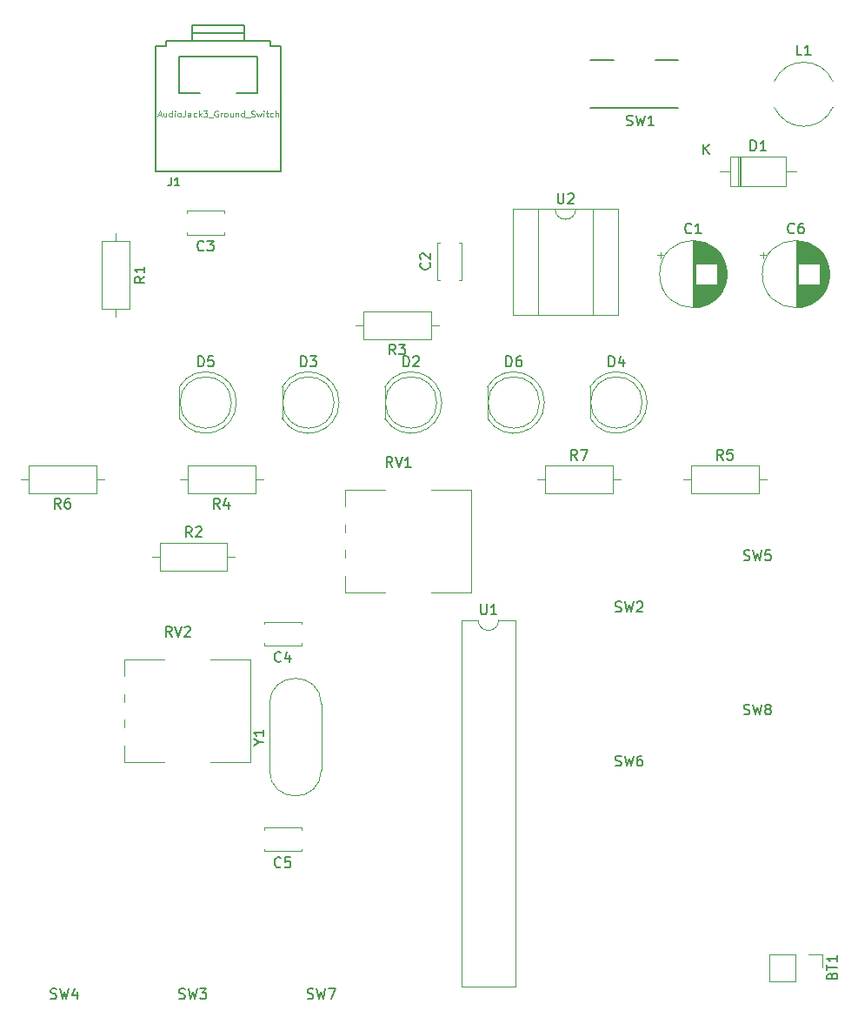
<source format=gbr>
G04 #@! TF.GenerationSoftware,KiCad,Pcbnew,(5.0.1)-3*
G04 #@! TF.CreationDate,2019-03-21T16:12:42+00:00*
G04 #@! TF.ProjectId,drumkid,6472756D6B69642E6B696361645F7063,v01*
G04 #@! TF.SameCoordinates,Original*
G04 #@! TF.FileFunction,Legend,Top*
G04 #@! TF.FilePolarity,Positive*
%FSLAX46Y46*%
G04 Gerber Fmt 4.6, Leading zero omitted, Abs format (unit mm)*
G04 Created by KiCad (PCBNEW (5.0.1)-3) date 21/03/2019 16:12:42*
%MOMM*%
%LPD*%
G01*
G04 APERTURE LIST*
%ADD10C,0.120000*%
%ADD11C,0.150000*%
%ADD12C,0.100000*%
G04 APERTURE END LIST*
D10*
G04 #@! TO.C,BT1*
X121130000Y-118670000D02*
X121130000Y-121330000D01*
X123730000Y-118670000D02*
X121130000Y-118670000D01*
X123730000Y-121330000D02*
X121130000Y-121330000D01*
X123730000Y-118670000D02*
X123730000Y-121330000D01*
X125000000Y-118670000D02*
X126330000Y-118670000D01*
X126330000Y-118670000D02*
X126330000Y-120000000D01*
G04 #@! TO.C,C1*
X117020000Y-52500000D02*
G75*
G03X117020000Y-52500000I-3270000J0D01*
G01*
X113750000Y-49270000D02*
X113750000Y-55730000D01*
X113790000Y-49270000D02*
X113790000Y-55730000D01*
X113830000Y-49270000D02*
X113830000Y-55730000D01*
X113870000Y-49272000D02*
X113870000Y-55728000D01*
X113910000Y-49273000D02*
X113910000Y-55727000D01*
X113950000Y-49276000D02*
X113950000Y-55724000D01*
X113990000Y-49278000D02*
X113990000Y-51460000D01*
X113990000Y-53540000D02*
X113990000Y-55722000D01*
X114030000Y-49282000D02*
X114030000Y-51460000D01*
X114030000Y-53540000D02*
X114030000Y-55718000D01*
X114070000Y-49285000D02*
X114070000Y-51460000D01*
X114070000Y-53540000D02*
X114070000Y-55715000D01*
X114110000Y-49289000D02*
X114110000Y-51460000D01*
X114110000Y-53540000D02*
X114110000Y-55711000D01*
X114150000Y-49294000D02*
X114150000Y-51460000D01*
X114150000Y-53540000D02*
X114150000Y-55706000D01*
X114190000Y-49299000D02*
X114190000Y-51460000D01*
X114190000Y-53540000D02*
X114190000Y-55701000D01*
X114230000Y-49305000D02*
X114230000Y-51460000D01*
X114230000Y-53540000D02*
X114230000Y-55695000D01*
X114270000Y-49311000D02*
X114270000Y-51460000D01*
X114270000Y-53540000D02*
X114270000Y-55689000D01*
X114310000Y-49318000D02*
X114310000Y-51460000D01*
X114310000Y-53540000D02*
X114310000Y-55682000D01*
X114350000Y-49325000D02*
X114350000Y-51460000D01*
X114350000Y-53540000D02*
X114350000Y-55675000D01*
X114390000Y-49333000D02*
X114390000Y-51460000D01*
X114390000Y-53540000D02*
X114390000Y-55667000D01*
X114430000Y-49341000D02*
X114430000Y-51460000D01*
X114430000Y-53540000D02*
X114430000Y-55659000D01*
X114471000Y-49350000D02*
X114471000Y-51460000D01*
X114471000Y-53540000D02*
X114471000Y-55650000D01*
X114511000Y-49359000D02*
X114511000Y-51460000D01*
X114511000Y-53540000D02*
X114511000Y-55641000D01*
X114551000Y-49369000D02*
X114551000Y-51460000D01*
X114551000Y-53540000D02*
X114551000Y-55631000D01*
X114591000Y-49379000D02*
X114591000Y-51460000D01*
X114591000Y-53540000D02*
X114591000Y-55621000D01*
X114631000Y-49390000D02*
X114631000Y-51460000D01*
X114631000Y-53540000D02*
X114631000Y-55610000D01*
X114671000Y-49402000D02*
X114671000Y-51460000D01*
X114671000Y-53540000D02*
X114671000Y-55598000D01*
X114711000Y-49414000D02*
X114711000Y-51460000D01*
X114711000Y-53540000D02*
X114711000Y-55586000D01*
X114751000Y-49426000D02*
X114751000Y-51460000D01*
X114751000Y-53540000D02*
X114751000Y-55574000D01*
X114791000Y-49439000D02*
X114791000Y-51460000D01*
X114791000Y-53540000D02*
X114791000Y-55561000D01*
X114831000Y-49453000D02*
X114831000Y-51460000D01*
X114831000Y-53540000D02*
X114831000Y-55547000D01*
X114871000Y-49467000D02*
X114871000Y-51460000D01*
X114871000Y-53540000D02*
X114871000Y-55533000D01*
X114911000Y-49482000D02*
X114911000Y-51460000D01*
X114911000Y-53540000D02*
X114911000Y-55518000D01*
X114951000Y-49498000D02*
X114951000Y-51460000D01*
X114951000Y-53540000D02*
X114951000Y-55502000D01*
X114991000Y-49514000D02*
X114991000Y-51460000D01*
X114991000Y-53540000D02*
X114991000Y-55486000D01*
X115031000Y-49530000D02*
X115031000Y-51460000D01*
X115031000Y-53540000D02*
X115031000Y-55470000D01*
X115071000Y-49548000D02*
X115071000Y-51460000D01*
X115071000Y-53540000D02*
X115071000Y-55452000D01*
X115111000Y-49566000D02*
X115111000Y-51460000D01*
X115111000Y-53540000D02*
X115111000Y-55434000D01*
X115151000Y-49584000D02*
X115151000Y-51460000D01*
X115151000Y-53540000D02*
X115151000Y-55416000D01*
X115191000Y-49604000D02*
X115191000Y-51460000D01*
X115191000Y-53540000D02*
X115191000Y-55396000D01*
X115231000Y-49624000D02*
X115231000Y-51460000D01*
X115231000Y-53540000D02*
X115231000Y-55376000D01*
X115271000Y-49644000D02*
X115271000Y-51460000D01*
X115271000Y-53540000D02*
X115271000Y-55356000D01*
X115311000Y-49666000D02*
X115311000Y-51460000D01*
X115311000Y-53540000D02*
X115311000Y-55334000D01*
X115351000Y-49688000D02*
X115351000Y-51460000D01*
X115351000Y-53540000D02*
X115351000Y-55312000D01*
X115391000Y-49710000D02*
X115391000Y-51460000D01*
X115391000Y-53540000D02*
X115391000Y-55290000D01*
X115431000Y-49734000D02*
X115431000Y-51460000D01*
X115431000Y-53540000D02*
X115431000Y-55266000D01*
X115471000Y-49758000D02*
X115471000Y-51460000D01*
X115471000Y-53540000D02*
X115471000Y-55242000D01*
X115511000Y-49784000D02*
X115511000Y-51460000D01*
X115511000Y-53540000D02*
X115511000Y-55216000D01*
X115551000Y-49810000D02*
X115551000Y-51460000D01*
X115551000Y-53540000D02*
X115551000Y-55190000D01*
X115591000Y-49836000D02*
X115591000Y-51460000D01*
X115591000Y-53540000D02*
X115591000Y-55164000D01*
X115631000Y-49864000D02*
X115631000Y-51460000D01*
X115631000Y-53540000D02*
X115631000Y-55136000D01*
X115671000Y-49893000D02*
X115671000Y-51460000D01*
X115671000Y-53540000D02*
X115671000Y-55107000D01*
X115711000Y-49922000D02*
X115711000Y-51460000D01*
X115711000Y-53540000D02*
X115711000Y-55078000D01*
X115751000Y-49952000D02*
X115751000Y-51460000D01*
X115751000Y-53540000D02*
X115751000Y-55048000D01*
X115791000Y-49984000D02*
X115791000Y-51460000D01*
X115791000Y-53540000D02*
X115791000Y-55016000D01*
X115831000Y-50016000D02*
X115831000Y-51460000D01*
X115831000Y-53540000D02*
X115831000Y-54984000D01*
X115871000Y-50050000D02*
X115871000Y-51460000D01*
X115871000Y-53540000D02*
X115871000Y-54950000D01*
X115911000Y-50084000D02*
X115911000Y-51460000D01*
X115911000Y-53540000D02*
X115911000Y-54916000D01*
X115951000Y-50120000D02*
X115951000Y-51460000D01*
X115951000Y-53540000D02*
X115951000Y-54880000D01*
X115991000Y-50157000D02*
X115991000Y-51460000D01*
X115991000Y-53540000D02*
X115991000Y-54843000D01*
X116031000Y-50195000D02*
X116031000Y-51460000D01*
X116031000Y-53540000D02*
X116031000Y-54805000D01*
X116071000Y-50235000D02*
X116071000Y-54765000D01*
X116111000Y-50276000D02*
X116111000Y-54724000D01*
X116151000Y-50318000D02*
X116151000Y-54682000D01*
X116191000Y-50363000D02*
X116191000Y-54637000D01*
X116231000Y-50408000D02*
X116231000Y-54592000D01*
X116271000Y-50456000D02*
X116271000Y-54544000D01*
X116311000Y-50505000D02*
X116311000Y-54495000D01*
X116351000Y-50556000D02*
X116351000Y-54444000D01*
X116391000Y-50610000D02*
X116391000Y-54390000D01*
X116431000Y-50666000D02*
X116431000Y-54334000D01*
X116471000Y-50724000D02*
X116471000Y-54276000D01*
X116511000Y-50786000D02*
X116511000Y-54214000D01*
X116551000Y-50850000D02*
X116551000Y-54150000D01*
X116591000Y-50919000D02*
X116591000Y-54081000D01*
X116631000Y-50991000D02*
X116631000Y-54009000D01*
X116671000Y-51068000D02*
X116671000Y-53932000D01*
X116711000Y-51150000D02*
X116711000Y-53850000D01*
X116751000Y-51238000D02*
X116751000Y-53762000D01*
X116791000Y-51335000D02*
X116791000Y-53665000D01*
X116831000Y-51441000D02*
X116831000Y-53559000D01*
X116871000Y-51560000D02*
X116871000Y-53440000D01*
X116911000Y-51698000D02*
X116911000Y-53302000D01*
X116951000Y-51867000D02*
X116951000Y-53133000D01*
X116991000Y-52098000D02*
X116991000Y-52902000D01*
X110249759Y-50661000D02*
X110879759Y-50661000D01*
X110564759Y-50346000D02*
X110564759Y-50976000D01*
G04 #@! TO.C,C2*
X90925000Y-49430000D02*
X91170000Y-49430000D01*
X88830000Y-49430000D02*
X89075000Y-49430000D01*
X90925000Y-53070000D02*
X91170000Y-53070000D01*
X88830000Y-53070000D02*
X89075000Y-53070000D01*
X91170000Y-53070000D02*
X91170000Y-49430000D01*
X88830000Y-53070000D02*
X88830000Y-49430000D01*
G04 #@! TO.C,C3*
X68070000Y-48670000D02*
X64430000Y-48670000D01*
X68070000Y-46330000D02*
X64430000Y-46330000D01*
X68070000Y-48670000D02*
X68070000Y-48425000D01*
X68070000Y-46575000D02*
X68070000Y-46330000D01*
X64430000Y-48670000D02*
X64430000Y-48425000D01*
X64430000Y-46575000D02*
X64430000Y-46330000D01*
G04 #@! TO.C,C4*
X71930000Y-86575000D02*
X71930000Y-86330000D01*
X71930000Y-88670000D02*
X71930000Y-88425000D01*
X75570000Y-86575000D02*
X75570000Y-86330000D01*
X75570000Y-88670000D02*
X75570000Y-88425000D01*
X75570000Y-86330000D02*
X71930000Y-86330000D01*
X75570000Y-88670000D02*
X71930000Y-88670000D01*
G04 #@! TO.C,C5*
X75570000Y-108670000D02*
X71930000Y-108670000D01*
X75570000Y-106330000D02*
X71930000Y-106330000D01*
X75570000Y-108670000D02*
X75570000Y-108425000D01*
X75570000Y-106575000D02*
X75570000Y-106330000D01*
X71930000Y-108670000D02*
X71930000Y-108425000D01*
X71930000Y-106575000D02*
X71930000Y-106330000D01*
G04 #@! TO.C,C6*
X120564759Y-50346000D02*
X120564759Y-50976000D01*
X120249759Y-50661000D02*
X120879759Y-50661000D01*
X126991000Y-52098000D02*
X126991000Y-52902000D01*
X126951000Y-51867000D02*
X126951000Y-53133000D01*
X126911000Y-51698000D02*
X126911000Y-53302000D01*
X126871000Y-51560000D02*
X126871000Y-53440000D01*
X126831000Y-51441000D02*
X126831000Y-53559000D01*
X126791000Y-51335000D02*
X126791000Y-53665000D01*
X126751000Y-51238000D02*
X126751000Y-53762000D01*
X126711000Y-51150000D02*
X126711000Y-53850000D01*
X126671000Y-51068000D02*
X126671000Y-53932000D01*
X126631000Y-50991000D02*
X126631000Y-54009000D01*
X126591000Y-50919000D02*
X126591000Y-54081000D01*
X126551000Y-50850000D02*
X126551000Y-54150000D01*
X126511000Y-50786000D02*
X126511000Y-54214000D01*
X126471000Y-50724000D02*
X126471000Y-54276000D01*
X126431000Y-50666000D02*
X126431000Y-54334000D01*
X126391000Y-50610000D02*
X126391000Y-54390000D01*
X126351000Y-50556000D02*
X126351000Y-54444000D01*
X126311000Y-50505000D02*
X126311000Y-54495000D01*
X126271000Y-50456000D02*
X126271000Y-54544000D01*
X126231000Y-50408000D02*
X126231000Y-54592000D01*
X126191000Y-50363000D02*
X126191000Y-54637000D01*
X126151000Y-50318000D02*
X126151000Y-54682000D01*
X126111000Y-50276000D02*
X126111000Y-54724000D01*
X126071000Y-50235000D02*
X126071000Y-54765000D01*
X126031000Y-53540000D02*
X126031000Y-54805000D01*
X126031000Y-50195000D02*
X126031000Y-51460000D01*
X125991000Y-53540000D02*
X125991000Y-54843000D01*
X125991000Y-50157000D02*
X125991000Y-51460000D01*
X125951000Y-53540000D02*
X125951000Y-54880000D01*
X125951000Y-50120000D02*
X125951000Y-51460000D01*
X125911000Y-53540000D02*
X125911000Y-54916000D01*
X125911000Y-50084000D02*
X125911000Y-51460000D01*
X125871000Y-53540000D02*
X125871000Y-54950000D01*
X125871000Y-50050000D02*
X125871000Y-51460000D01*
X125831000Y-53540000D02*
X125831000Y-54984000D01*
X125831000Y-50016000D02*
X125831000Y-51460000D01*
X125791000Y-53540000D02*
X125791000Y-55016000D01*
X125791000Y-49984000D02*
X125791000Y-51460000D01*
X125751000Y-53540000D02*
X125751000Y-55048000D01*
X125751000Y-49952000D02*
X125751000Y-51460000D01*
X125711000Y-53540000D02*
X125711000Y-55078000D01*
X125711000Y-49922000D02*
X125711000Y-51460000D01*
X125671000Y-53540000D02*
X125671000Y-55107000D01*
X125671000Y-49893000D02*
X125671000Y-51460000D01*
X125631000Y-53540000D02*
X125631000Y-55136000D01*
X125631000Y-49864000D02*
X125631000Y-51460000D01*
X125591000Y-53540000D02*
X125591000Y-55164000D01*
X125591000Y-49836000D02*
X125591000Y-51460000D01*
X125551000Y-53540000D02*
X125551000Y-55190000D01*
X125551000Y-49810000D02*
X125551000Y-51460000D01*
X125511000Y-53540000D02*
X125511000Y-55216000D01*
X125511000Y-49784000D02*
X125511000Y-51460000D01*
X125471000Y-53540000D02*
X125471000Y-55242000D01*
X125471000Y-49758000D02*
X125471000Y-51460000D01*
X125431000Y-53540000D02*
X125431000Y-55266000D01*
X125431000Y-49734000D02*
X125431000Y-51460000D01*
X125391000Y-53540000D02*
X125391000Y-55290000D01*
X125391000Y-49710000D02*
X125391000Y-51460000D01*
X125351000Y-53540000D02*
X125351000Y-55312000D01*
X125351000Y-49688000D02*
X125351000Y-51460000D01*
X125311000Y-53540000D02*
X125311000Y-55334000D01*
X125311000Y-49666000D02*
X125311000Y-51460000D01*
X125271000Y-53540000D02*
X125271000Y-55356000D01*
X125271000Y-49644000D02*
X125271000Y-51460000D01*
X125231000Y-53540000D02*
X125231000Y-55376000D01*
X125231000Y-49624000D02*
X125231000Y-51460000D01*
X125191000Y-53540000D02*
X125191000Y-55396000D01*
X125191000Y-49604000D02*
X125191000Y-51460000D01*
X125151000Y-53540000D02*
X125151000Y-55416000D01*
X125151000Y-49584000D02*
X125151000Y-51460000D01*
X125111000Y-53540000D02*
X125111000Y-55434000D01*
X125111000Y-49566000D02*
X125111000Y-51460000D01*
X125071000Y-53540000D02*
X125071000Y-55452000D01*
X125071000Y-49548000D02*
X125071000Y-51460000D01*
X125031000Y-53540000D02*
X125031000Y-55470000D01*
X125031000Y-49530000D02*
X125031000Y-51460000D01*
X124991000Y-53540000D02*
X124991000Y-55486000D01*
X124991000Y-49514000D02*
X124991000Y-51460000D01*
X124951000Y-53540000D02*
X124951000Y-55502000D01*
X124951000Y-49498000D02*
X124951000Y-51460000D01*
X124911000Y-53540000D02*
X124911000Y-55518000D01*
X124911000Y-49482000D02*
X124911000Y-51460000D01*
X124871000Y-53540000D02*
X124871000Y-55533000D01*
X124871000Y-49467000D02*
X124871000Y-51460000D01*
X124831000Y-53540000D02*
X124831000Y-55547000D01*
X124831000Y-49453000D02*
X124831000Y-51460000D01*
X124791000Y-53540000D02*
X124791000Y-55561000D01*
X124791000Y-49439000D02*
X124791000Y-51460000D01*
X124751000Y-53540000D02*
X124751000Y-55574000D01*
X124751000Y-49426000D02*
X124751000Y-51460000D01*
X124711000Y-53540000D02*
X124711000Y-55586000D01*
X124711000Y-49414000D02*
X124711000Y-51460000D01*
X124671000Y-53540000D02*
X124671000Y-55598000D01*
X124671000Y-49402000D02*
X124671000Y-51460000D01*
X124631000Y-53540000D02*
X124631000Y-55610000D01*
X124631000Y-49390000D02*
X124631000Y-51460000D01*
X124591000Y-53540000D02*
X124591000Y-55621000D01*
X124591000Y-49379000D02*
X124591000Y-51460000D01*
X124551000Y-53540000D02*
X124551000Y-55631000D01*
X124551000Y-49369000D02*
X124551000Y-51460000D01*
X124511000Y-53540000D02*
X124511000Y-55641000D01*
X124511000Y-49359000D02*
X124511000Y-51460000D01*
X124471000Y-53540000D02*
X124471000Y-55650000D01*
X124471000Y-49350000D02*
X124471000Y-51460000D01*
X124430000Y-53540000D02*
X124430000Y-55659000D01*
X124430000Y-49341000D02*
X124430000Y-51460000D01*
X124390000Y-53540000D02*
X124390000Y-55667000D01*
X124390000Y-49333000D02*
X124390000Y-51460000D01*
X124350000Y-53540000D02*
X124350000Y-55675000D01*
X124350000Y-49325000D02*
X124350000Y-51460000D01*
X124310000Y-53540000D02*
X124310000Y-55682000D01*
X124310000Y-49318000D02*
X124310000Y-51460000D01*
X124270000Y-53540000D02*
X124270000Y-55689000D01*
X124270000Y-49311000D02*
X124270000Y-51460000D01*
X124230000Y-53540000D02*
X124230000Y-55695000D01*
X124230000Y-49305000D02*
X124230000Y-51460000D01*
X124190000Y-53540000D02*
X124190000Y-55701000D01*
X124190000Y-49299000D02*
X124190000Y-51460000D01*
X124150000Y-53540000D02*
X124150000Y-55706000D01*
X124150000Y-49294000D02*
X124150000Y-51460000D01*
X124110000Y-53540000D02*
X124110000Y-55711000D01*
X124110000Y-49289000D02*
X124110000Y-51460000D01*
X124070000Y-53540000D02*
X124070000Y-55715000D01*
X124070000Y-49285000D02*
X124070000Y-51460000D01*
X124030000Y-53540000D02*
X124030000Y-55718000D01*
X124030000Y-49282000D02*
X124030000Y-51460000D01*
X123990000Y-53540000D02*
X123990000Y-55722000D01*
X123990000Y-49278000D02*
X123990000Y-51460000D01*
X123950000Y-49276000D02*
X123950000Y-55724000D01*
X123910000Y-49273000D02*
X123910000Y-55727000D01*
X123870000Y-49272000D02*
X123870000Y-55728000D01*
X123830000Y-49270000D02*
X123830000Y-55730000D01*
X123790000Y-49270000D02*
X123790000Y-55730000D01*
X123750000Y-49270000D02*
X123750000Y-55730000D01*
X127020000Y-52500000D02*
G75*
G03X127020000Y-52500000I-3270000J0D01*
G01*
G04 #@! TO.C,D1*
X117360000Y-41030000D02*
X117360000Y-43970000D01*
X117360000Y-43970000D02*
X122800000Y-43970000D01*
X122800000Y-43970000D02*
X122800000Y-41030000D01*
X122800000Y-41030000D02*
X117360000Y-41030000D01*
X116340000Y-42500000D02*
X117360000Y-42500000D01*
X123820000Y-42500000D02*
X122800000Y-42500000D01*
X118260000Y-41030000D02*
X118260000Y-43970000D01*
X118380000Y-41030000D02*
X118380000Y-43970000D01*
X118140000Y-41030000D02*
X118140000Y-43970000D01*
G04 #@! TO.C,D2*
X89260000Y-65000462D02*
G75*
G03X83710000Y-63455170I-2990000J462D01*
G01*
X89260000Y-64999538D02*
G75*
G02X83710000Y-66544830I-2990000J-462D01*
G01*
X88770000Y-65000000D02*
G75*
G03X88770000Y-65000000I-2500000J0D01*
G01*
X83710000Y-63455000D02*
X83710000Y-66545000D01*
G04 #@! TO.C,D3*
X73710000Y-63455000D02*
X73710000Y-66545000D01*
X78770000Y-65000000D02*
G75*
G03X78770000Y-65000000I-2500000J0D01*
G01*
X79260000Y-64999538D02*
G75*
G02X73710000Y-66544830I-2990000J-462D01*
G01*
X79260000Y-65000462D02*
G75*
G03X73710000Y-63455170I-2990000J462D01*
G01*
G04 #@! TO.C,D4*
X109260000Y-65000462D02*
G75*
G03X103710000Y-63455170I-2990000J462D01*
G01*
X109260000Y-64999538D02*
G75*
G02X103710000Y-66544830I-2990000J-462D01*
G01*
X108770000Y-65000000D02*
G75*
G03X108770000Y-65000000I-2500000J0D01*
G01*
X103710000Y-63455000D02*
X103710000Y-66545000D01*
G04 #@! TO.C,D5*
X63710000Y-63455000D02*
X63710000Y-66545000D01*
X68770000Y-65000000D02*
G75*
G03X68770000Y-65000000I-2500000J0D01*
G01*
X69260000Y-64999538D02*
G75*
G02X63710000Y-66544830I-2990000J-462D01*
G01*
X69260000Y-65000462D02*
G75*
G03X63710000Y-63455170I-2990000J462D01*
G01*
G04 #@! TO.C,D6*
X99260000Y-65000462D02*
G75*
G03X93710000Y-63455170I-2990000J462D01*
G01*
X99260000Y-64999538D02*
G75*
G02X93710000Y-66544830I-2990000J-462D01*
G01*
X98770000Y-65000000D02*
G75*
G03X98770000Y-65000000I-2500000J0D01*
G01*
X93710000Y-63455000D02*
X93710000Y-66545000D01*
D11*
G04 #@! TO.C,J1*
X65722000Y-34900000D02*
X63690000Y-34900000D01*
X63690000Y-34900000D02*
X63690000Y-31344000D01*
X63690000Y-31344000D02*
X71310000Y-31344000D01*
X71310000Y-31344000D02*
X71310000Y-34900000D01*
X71310000Y-34900000D02*
X69278000Y-34900000D01*
X62420000Y-30328000D02*
X61404000Y-30328000D01*
X73596000Y-30328000D02*
X72580000Y-30328000D01*
X64960000Y-28296000D02*
X64960000Y-29820000D01*
X70040000Y-29820000D02*
X70040000Y-28296000D01*
X64960000Y-29058000D02*
X70040000Y-29058000D01*
X62420000Y-30328000D02*
X62420000Y-30074000D01*
X62420000Y-30074000D02*
X62420000Y-29820000D01*
X62420000Y-29820000D02*
X72580000Y-29820000D01*
X72580000Y-29820000D02*
X72580000Y-30328000D01*
X64960000Y-28296000D02*
X70040000Y-28296000D01*
X61404000Y-42520000D02*
X61404000Y-30328000D01*
X73596000Y-30328000D02*
X73596000Y-42520000D01*
X73596000Y-42520000D02*
X61404000Y-42520000D01*
D10*
G04 #@! TO.C,L1*
X127354260Y-33740000D02*
G75*
G03X121645740Y-33740000I-2854260J-1260000D01*
G01*
X127354260Y-36260000D02*
G75*
G02X121645740Y-36260000I-2854260J1260000D01*
G01*
G04 #@! TO.C,R1*
X58870000Y-49310000D02*
X56130000Y-49310000D01*
X56130000Y-49310000D02*
X56130000Y-55850000D01*
X56130000Y-55850000D02*
X58870000Y-55850000D01*
X58870000Y-55850000D02*
X58870000Y-49310000D01*
X57500000Y-48540000D02*
X57500000Y-49310000D01*
X57500000Y-56620000D02*
X57500000Y-55850000D01*
G04 #@! TO.C,R2*
X69120000Y-80000000D02*
X68350000Y-80000000D01*
X61040000Y-80000000D02*
X61810000Y-80000000D01*
X68350000Y-78630000D02*
X61810000Y-78630000D01*
X68350000Y-81370000D02*
X68350000Y-78630000D01*
X61810000Y-81370000D02*
X68350000Y-81370000D01*
X61810000Y-78630000D02*
X61810000Y-81370000D01*
G04 #@! TO.C,R3*
X88190000Y-58870000D02*
X88190000Y-56130000D01*
X88190000Y-56130000D02*
X81650000Y-56130000D01*
X81650000Y-56130000D02*
X81650000Y-58870000D01*
X81650000Y-58870000D02*
X88190000Y-58870000D01*
X88960000Y-57500000D02*
X88190000Y-57500000D01*
X80880000Y-57500000D02*
X81650000Y-57500000D01*
G04 #@! TO.C,R4*
X63778000Y-72500000D02*
X64548000Y-72500000D01*
X71858000Y-72500000D02*
X71088000Y-72500000D01*
X64548000Y-73870000D02*
X71088000Y-73870000D01*
X64548000Y-71130000D02*
X64548000Y-73870000D01*
X71088000Y-71130000D02*
X64548000Y-71130000D01*
X71088000Y-73870000D02*
X71088000Y-71130000D01*
G04 #@! TO.C,R5*
X113570000Y-71130000D02*
X113570000Y-73870000D01*
X113570000Y-73870000D02*
X120110000Y-73870000D01*
X120110000Y-73870000D02*
X120110000Y-71130000D01*
X120110000Y-71130000D02*
X113570000Y-71130000D01*
X112800000Y-72500000D02*
X113570000Y-72500000D01*
X120880000Y-72500000D02*
X120110000Y-72500000D01*
G04 #@! TO.C,R6*
X48284000Y-72500000D02*
X49054000Y-72500000D01*
X56364000Y-72500000D02*
X55594000Y-72500000D01*
X49054000Y-73870000D02*
X55594000Y-73870000D01*
X49054000Y-71130000D02*
X49054000Y-73870000D01*
X55594000Y-71130000D02*
X49054000Y-71130000D01*
X55594000Y-73870000D02*
X55594000Y-71130000D01*
G04 #@! TO.C,R7*
X99346000Y-71130000D02*
X99346000Y-73870000D01*
X99346000Y-73870000D02*
X105886000Y-73870000D01*
X105886000Y-73870000D02*
X105886000Y-71130000D01*
X105886000Y-71130000D02*
X99346000Y-71130000D01*
X98576000Y-72500000D02*
X99346000Y-72500000D01*
X106656000Y-72500000D02*
X105886000Y-72500000D01*
G04 #@! TO.C,RV1*
X79880000Y-73530000D02*
X83745000Y-73530000D01*
X88255000Y-73530000D02*
X92120000Y-73530000D01*
X79880000Y-83470000D02*
X83745000Y-83470000D01*
X88255000Y-83470000D02*
X92120000Y-83470000D01*
X79880000Y-73530000D02*
X79880000Y-75129000D01*
X79880000Y-76871000D02*
X79880000Y-77630000D01*
X79880000Y-79371000D02*
X79880000Y-80130000D01*
X79880000Y-81870000D02*
X79880000Y-83470000D01*
X92120000Y-73530000D02*
X92120000Y-83470000D01*
G04 #@! TO.C,RV2*
X70620000Y-90030000D02*
X70620000Y-99970000D01*
X58380000Y-98370000D02*
X58380000Y-99970000D01*
X58380000Y-95871000D02*
X58380000Y-96630000D01*
X58380000Y-93371000D02*
X58380000Y-94130000D01*
X58380000Y-90030000D02*
X58380000Y-91629000D01*
X66755000Y-99970000D02*
X70620000Y-99970000D01*
X58380000Y-99970000D02*
X62245000Y-99970000D01*
X66755000Y-90030000D02*
X70620000Y-90030000D01*
X58380000Y-90030000D02*
X62245000Y-90030000D01*
D11*
G04 #@! TO.C,SW1*
X112300000Y-36300000D02*
X103700000Y-36300000D01*
X112300000Y-31700000D02*
X110100000Y-31700000D01*
X106000000Y-31700000D02*
X103700000Y-31700000D01*
D10*
G04 #@! TO.C,U1*
X94810000Y-86170000D02*
G75*
G02X92810000Y-86170000I-1000000J0D01*
G01*
X92810000Y-86170000D02*
X91160000Y-86170000D01*
X91160000Y-86170000D02*
X91160000Y-121850000D01*
X91160000Y-121850000D02*
X96460000Y-121850000D01*
X96460000Y-121850000D02*
X96460000Y-86170000D01*
X96460000Y-86170000D02*
X94810000Y-86170000D01*
G04 #@! TO.C,U2*
X102310000Y-46170000D02*
G75*
G02X100310000Y-46170000I-1000000J0D01*
G01*
X100310000Y-46170000D02*
X98660000Y-46170000D01*
X98660000Y-46170000D02*
X98660000Y-56450000D01*
X98660000Y-56450000D02*
X103960000Y-56450000D01*
X103960000Y-56450000D02*
X103960000Y-46170000D01*
X103960000Y-46170000D02*
X102310000Y-46170000D01*
X96170000Y-46110000D02*
X96170000Y-56510000D01*
X96170000Y-56510000D02*
X106450000Y-56510000D01*
X106450000Y-56510000D02*
X106450000Y-46110000D01*
X106450000Y-46110000D02*
X96170000Y-46110000D01*
G04 #@! TO.C,Y1*
X72475000Y-100760000D02*
X72475000Y-94360000D01*
X77525000Y-100760000D02*
X77525000Y-94360000D01*
X77525000Y-100760000D02*
G75*
G02X72475000Y-100760000I-2525000J0D01*
G01*
X77525000Y-94360000D02*
G75*
G03X72475000Y-94360000I-2525000J0D01*
G01*
G04 #@! TO.C,BT1*
D11*
X127258571Y-120785714D02*
X127306190Y-120642857D01*
X127353809Y-120595238D01*
X127449047Y-120547619D01*
X127591904Y-120547619D01*
X127687142Y-120595238D01*
X127734761Y-120642857D01*
X127782380Y-120738095D01*
X127782380Y-121119047D01*
X126782380Y-121119047D01*
X126782380Y-120785714D01*
X126830000Y-120690476D01*
X126877619Y-120642857D01*
X126972857Y-120595238D01*
X127068095Y-120595238D01*
X127163333Y-120642857D01*
X127210952Y-120690476D01*
X127258571Y-120785714D01*
X127258571Y-121119047D01*
X126782380Y-120261904D02*
X126782380Y-119690476D01*
X127782380Y-119976190D02*
X126782380Y-119976190D01*
X127782380Y-118833333D02*
X127782380Y-119404761D01*
X127782380Y-119119047D02*
X126782380Y-119119047D01*
X126925238Y-119214285D01*
X127020476Y-119309523D01*
X127068095Y-119404761D01*
G04 #@! TO.C,C1*
X113583333Y-48457142D02*
X113535714Y-48504761D01*
X113392857Y-48552380D01*
X113297619Y-48552380D01*
X113154761Y-48504761D01*
X113059523Y-48409523D01*
X113011904Y-48314285D01*
X112964285Y-48123809D01*
X112964285Y-47980952D01*
X113011904Y-47790476D01*
X113059523Y-47695238D01*
X113154761Y-47600000D01*
X113297619Y-47552380D01*
X113392857Y-47552380D01*
X113535714Y-47600000D01*
X113583333Y-47647619D01*
X114535714Y-48552380D02*
X113964285Y-48552380D01*
X114250000Y-48552380D02*
X114250000Y-47552380D01*
X114154761Y-47695238D01*
X114059523Y-47790476D01*
X113964285Y-47838095D01*
G04 #@! TO.C,C2*
X88057142Y-51416666D02*
X88104761Y-51464285D01*
X88152380Y-51607142D01*
X88152380Y-51702380D01*
X88104761Y-51845238D01*
X88009523Y-51940476D01*
X87914285Y-51988095D01*
X87723809Y-52035714D01*
X87580952Y-52035714D01*
X87390476Y-51988095D01*
X87295238Y-51940476D01*
X87200000Y-51845238D01*
X87152380Y-51702380D01*
X87152380Y-51607142D01*
X87200000Y-51464285D01*
X87247619Y-51416666D01*
X87247619Y-51035714D02*
X87200000Y-50988095D01*
X87152380Y-50892857D01*
X87152380Y-50654761D01*
X87200000Y-50559523D01*
X87247619Y-50511904D01*
X87342857Y-50464285D01*
X87438095Y-50464285D01*
X87580952Y-50511904D01*
X88152380Y-51083333D01*
X88152380Y-50464285D01*
G04 #@! TO.C,C3*
X66083333Y-50157142D02*
X66035714Y-50204761D01*
X65892857Y-50252380D01*
X65797619Y-50252380D01*
X65654761Y-50204761D01*
X65559523Y-50109523D01*
X65511904Y-50014285D01*
X65464285Y-49823809D01*
X65464285Y-49680952D01*
X65511904Y-49490476D01*
X65559523Y-49395238D01*
X65654761Y-49300000D01*
X65797619Y-49252380D01*
X65892857Y-49252380D01*
X66035714Y-49300000D01*
X66083333Y-49347619D01*
X66416666Y-49252380D02*
X67035714Y-49252380D01*
X66702380Y-49633333D01*
X66845238Y-49633333D01*
X66940476Y-49680952D01*
X66988095Y-49728571D01*
X67035714Y-49823809D01*
X67035714Y-50061904D01*
X66988095Y-50157142D01*
X66940476Y-50204761D01*
X66845238Y-50252380D01*
X66559523Y-50252380D01*
X66464285Y-50204761D01*
X66416666Y-50157142D01*
G04 #@! TO.C,C4*
X73583333Y-90157142D02*
X73535714Y-90204761D01*
X73392857Y-90252380D01*
X73297619Y-90252380D01*
X73154761Y-90204761D01*
X73059523Y-90109523D01*
X73011904Y-90014285D01*
X72964285Y-89823809D01*
X72964285Y-89680952D01*
X73011904Y-89490476D01*
X73059523Y-89395238D01*
X73154761Y-89300000D01*
X73297619Y-89252380D01*
X73392857Y-89252380D01*
X73535714Y-89300000D01*
X73583333Y-89347619D01*
X74440476Y-89585714D02*
X74440476Y-90252380D01*
X74202380Y-89204761D02*
X73964285Y-89919047D01*
X74583333Y-89919047D01*
G04 #@! TO.C,C5*
X73583333Y-110157142D02*
X73535714Y-110204761D01*
X73392857Y-110252380D01*
X73297619Y-110252380D01*
X73154761Y-110204761D01*
X73059523Y-110109523D01*
X73011904Y-110014285D01*
X72964285Y-109823809D01*
X72964285Y-109680952D01*
X73011904Y-109490476D01*
X73059523Y-109395238D01*
X73154761Y-109300000D01*
X73297619Y-109252380D01*
X73392857Y-109252380D01*
X73535714Y-109300000D01*
X73583333Y-109347619D01*
X74488095Y-109252380D02*
X74011904Y-109252380D01*
X73964285Y-109728571D01*
X74011904Y-109680952D01*
X74107142Y-109633333D01*
X74345238Y-109633333D01*
X74440476Y-109680952D01*
X74488095Y-109728571D01*
X74535714Y-109823809D01*
X74535714Y-110061904D01*
X74488095Y-110157142D01*
X74440476Y-110204761D01*
X74345238Y-110252380D01*
X74107142Y-110252380D01*
X74011904Y-110204761D01*
X73964285Y-110157142D01*
G04 #@! TO.C,C6*
X123583333Y-48457142D02*
X123535714Y-48504761D01*
X123392857Y-48552380D01*
X123297619Y-48552380D01*
X123154761Y-48504761D01*
X123059523Y-48409523D01*
X123011904Y-48314285D01*
X122964285Y-48123809D01*
X122964285Y-47980952D01*
X123011904Y-47790476D01*
X123059523Y-47695238D01*
X123154761Y-47600000D01*
X123297619Y-47552380D01*
X123392857Y-47552380D01*
X123535714Y-47600000D01*
X123583333Y-47647619D01*
X124440476Y-47552380D02*
X124250000Y-47552380D01*
X124154761Y-47600000D01*
X124107142Y-47647619D01*
X124011904Y-47790476D01*
X123964285Y-47980952D01*
X123964285Y-48361904D01*
X124011904Y-48457142D01*
X124059523Y-48504761D01*
X124154761Y-48552380D01*
X124345238Y-48552380D01*
X124440476Y-48504761D01*
X124488095Y-48457142D01*
X124535714Y-48361904D01*
X124535714Y-48123809D01*
X124488095Y-48028571D01*
X124440476Y-47980952D01*
X124345238Y-47933333D01*
X124154761Y-47933333D01*
X124059523Y-47980952D01*
X124011904Y-48028571D01*
X123964285Y-48123809D01*
G04 #@! TO.C,D1*
X119341904Y-40482380D02*
X119341904Y-39482380D01*
X119580000Y-39482380D01*
X119722857Y-39530000D01*
X119818095Y-39625238D01*
X119865714Y-39720476D01*
X119913333Y-39910952D01*
X119913333Y-40053809D01*
X119865714Y-40244285D01*
X119818095Y-40339523D01*
X119722857Y-40434761D01*
X119580000Y-40482380D01*
X119341904Y-40482380D01*
X120865714Y-40482380D02*
X120294285Y-40482380D01*
X120580000Y-40482380D02*
X120580000Y-39482380D01*
X120484761Y-39625238D01*
X120389523Y-39720476D01*
X120294285Y-39768095D01*
X114738095Y-40852380D02*
X114738095Y-39852380D01*
X115309523Y-40852380D02*
X114880952Y-40280952D01*
X115309523Y-39852380D02*
X114738095Y-40423809D01*
G04 #@! TO.C,D2*
X85531904Y-61492380D02*
X85531904Y-60492380D01*
X85770000Y-60492380D01*
X85912857Y-60540000D01*
X86008095Y-60635238D01*
X86055714Y-60730476D01*
X86103333Y-60920952D01*
X86103333Y-61063809D01*
X86055714Y-61254285D01*
X86008095Y-61349523D01*
X85912857Y-61444761D01*
X85770000Y-61492380D01*
X85531904Y-61492380D01*
X86484285Y-60587619D02*
X86531904Y-60540000D01*
X86627142Y-60492380D01*
X86865238Y-60492380D01*
X86960476Y-60540000D01*
X87008095Y-60587619D01*
X87055714Y-60682857D01*
X87055714Y-60778095D01*
X87008095Y-60920952D01*
X86436666Y-61492380D01*
X87055714Y-61492380D01*
G04 #@! TO.C,D3*
X75531904Y-61492380D02*
X75531904Y-60492380D01*
X75770000Y-60492380D01*
X75912857Y-60540000D01*
X76008095Y-60635238D01*
X76055714Y-60730476D01*
X76103333Y-60920952D01*
X76103333Y-61063809D01*
X76055714Y-61254285D01*
X76008095Y-61349523D01*
X75912857Y-61444761D01*
X75770000Y-61492380D01*
X75531904Y-61492380D01*
X76436666Y-60492380D02*
X77055714Y-60492380D01*
X76722380Y-60873333D01*
X76865238Y-60873333D01*
X76960476Y-60920952D01*
X77008095Y-60968571D01*
X77055714Y-61063809D01*
X77055714Y-61301904D01*
X77008095Y-61397142D01*
X76960476Y-61444761D01*
X76865238Y-61492380D01*
X76579523Y-61492380D01*
X76484285Y-61444761D01*
X76436666Y-61397142D01*
G04 #@! TO.C,D4*
X105531904Y-61492380D02*
X105531904Y-60492380D01*
X105770000Y-60492380D01*
X105912857Y-60540000D01*
X106008095Y-60635238D01*
X106055714Y-60730476D01*
X106103333Y-60920952D01*
X106103333Y-61063809D01*
X106055714Y-61254285D01*
X106008095Y-61349523D01*
X105912857Y-61444761D01*
X105770000Y-61492380D01*
X105531904Y-61492380D01*
X106960476Y-60825714D02*
X106960476Y-61492380D01*
X106722380Y-60444761D02*
X106484285Y-61159047D01*
X107103333Y-61159047D01*
G04 #@! TO.C,D5*
X65531904Y-61492380D02*
X65531904Y-60492380D01*
X65770000Y-60492380D01*
X65912857Y-60540000D01*
X66008095Y-60635238D01*
X66055714Y-60730476D01*
X66103333Y-60920952D01*
X66103333Y-61063809D01*
X66055714Y-61254285D01*
X66008095Y-61349523D01*
X65912857Y-61444761D01*
X65770000Y-61492380D01*
X65531904Y-61492380D01*
X67008095Y-60492380D02*
X66531904Y-60492380D01*
X66484285Y-60968571D01*
X66531904Y-60920952D01*
X66627142Y-60873333D01*
X66865238Y-60873333D01*
X66960476Y-60920952D01*
X67008095Y-60968571D01*
X67055714Y-61063809D01*
X67055714Y-61301904D01*
X67008095Y-61397142D01*
X66960476Y-61444761D01*
X66865238Y-61492380D01*
X66627142Y-61492380D01*
X66531904Y-61444761D01*
X66484285Y-61397142D01*
G04 #@! TO.C,D6*
X95531904Y-61492380D02*
X95531904Y-60492380D01*
X95770000Y-60492380D01*
X95912857Y-60540000D01*
X96008095Y-60635238D01*
X96055714Y-60730476D01*
X96103333Y-60920952D01*
X96103333Y-61063809D01*
X96055714Y-61254285D01*
X96008095Y-61349523D01*
X95912857Y-61444761D01*
X95770000Y-61492380D01*
X95531904Y-61492380D01*
X96960476Y-60492380D02*
X96770000Y-60492380D01*
X96674761Y-60540000D01*
X96627142Y-60587619D01*
X96531904Y-60730476D01*
X96484285Y-60920952D01*
X96484285Y-61301904D01*
X96531904Y-61397142D01*
X96579523Y-61444761D01*
X96674761Y-61492380D01*
X96865238Y-61492380D01*
X96960476Y-61444761D01*
X97008095Y-61397142D01*
X97055714Y-61301904D01*
X97055714Y-61063809D01*
X97008095Y-60968571D01*
X96960476Y-60920952D01*
X96865238Y-60873333D01*
X96674761Y-60873333D01*
X96579523Y-60920952D01*
X96531904Y-60968571D01*
X96484285Y-61063809D01*
G04 #@! TO.C,J1*
X62915333Y-43097904D02*
X62915333Y-43669333D01*
X62877238Y-43783619D01*
X62801047Y-43859809D01*
X62686761Y-43897904D01*
X62610571Y-43897904D01*
X63715333Y-43897904D02*
X63258190Y-43897904D01*
X63486761Y-43897904D02*
X63486761Y-43097904D01*
X63410571Y-43212190D01*
X63334380Y-43288380D01*
X63258190Y-43326476D01*
D12*
X61642857Y-37032000D02*
X61928571Y-37032000D01*
X61585714Y-37203428D02*
X61785714Y-36603428D01*
X61985714Y-37203428D01*
X62442857Y-36803428D02*
X62442857Y-37203428D01*
X62185714Y-36803428D02*
X62185714Y-37117714D01*
X62214285Y-37174857D01*
X62271428Y-37203428D01*
X62357142Y-37203428D01*
X62414285Y-37174857D01*
X62442857Y-37146285D01*
X62985714Y-37203428D02*
X62985714Y-36603428D01*
X62985714Y-37174857D02*
X62928571Y-37203428D01*
X62814285Y-37203428D01*
X62757142Y-37174857D01*
X62728571Y-37146285D01*
X62700000Y-37089142D01*
X62700000Y-36917714D01*
X62728571Y-36860571D01*
X62757142Y-36832000D01*
X62814285Y-36803428D01*
X62928571Y-36803428D01*
X62985714Y-36832000D01*
X63271428Y-37203428D02*
X63271428Y-36803428D01*
X63271428Y-36603428D02*
X63242857Y-36632000D01*
X63271428Y-36660571D01*
X63300000Y-36632000D01*
X63271428Y-36603428D01*
X63271428Y-36660571D01*
X63642857Y-37203428D02*
X63585714Y-37174857D01*
X63557142Y-37146285D01*
X63528571Y-37089142D01*
X63528571Y-36917714D01*
X63557142Y-36860571D01*
X63585714Y-36832000D01*
X63642857Y-36803428D01*
X63728571Y-36803428D01*
X63785714Y-36832000D01*
X63814285Y-36860571D01*
X63842857Y-36917714D01*
X63842857Y-37089142D01*
X63814285Y-37146285D01*
X63785714Y-37174857D01*
X63728571Y-37203428D01*
X63642857Y-37203428D01*
X64271428Y-36603428D02*
X64271428Y-37032000D01*
X64242857Y-37117714D01*
X64185714Y-37174857D01*
X64100000Y-37203428D01*
X64042857Y-37203428D01*
X64814285Y-37203428D02*
X64814285Y-36889142D01*
X64785714Y-36832000D01*
X64728571Y-36803428D01*
X64614285Y-36803428D01*
X64557142Y-36832000D01*
X64814285Y-37174857D02*
X64757142Y-37203428D01*
X64614285Y-37203428D01*
X64557142Y-37174857D01*
X64528571Y-37117714D01*
X64528571Y-37060571D01*
X64557142Y-37003428D01*
X64614285Y-36974857D01*
X64757142Y-36974857D01*
X64814285Y-36946285D01*
X65357142Y-37174857D02*
X65300000Y-37203428D01*
X65185714Y-37203428D01*
X65128571Y-37174857D01*
X65100000Y-37146285D01*
X65071428Y-37089142D01*
X65071428Y-36917714D01*
X65100000Y-36860571D01*
X65128571Y-36832000D01*
X65185714Y-36803428D01*
X65300000Y-36803428D01*
X65357142Y-36832000D01*
X65614285Y-37203428D02*
X65614285Y-36603428D01*
X65671428Y-36974857D02*
X65842857Y-37203428D01*
X65842857Y-36803428D02*
X65614285Y-37032000D01*
X66042857Y-36603428D02*
X66414285Y-36603428D01*
X66214285Y-36832000D01*
X66300000Y-36832000D01*
X66357142Y-36860571D01*
X66385714Y-36889142D01*
X66414285Y-36946285D01*
X66414285Y-37089142D01*
X66385714Y-37146285D01*
X66357142Y-37174857D01*
X66300000Y-37203428D01*
X66128571Y-37203428D01*
X66071428Y-37174857D01*
X66042857Y-37146285D01*
X66528571Y-37260571D02*
X66985714Y-37260571D01*
X67442857Y-36632000D02*
X67385714Y-36603428D01*
X67300000Y-36603428D01*
X67214285Y-36632000D01*
X67157142Y-36689142D01*
X67128571Y-36746285D01*
X67100000Y-36860571D01*
X67100000Y-36946285D01*
X67128571Y-37060571D01*
X67157142Y-37117714D01*
X67214285Y-37174857D01*
X67300000Y-37203428D01*
X67357142Y-37203428D01*
X67442857Y-37174857D01*
X67471428Y-37146285D01*
X67471428Y-36946285D01*
X67357142Y-36946285D01*
X67728571Y-37203428D02*
X67728571Y-36803428D01*
X67728571Y-36917714D02*
X67757142Y-36860571D01*
X67785714Y-36832000D01*
X67842857Y-36803428D01*
X67900000Y-36803428D01*
X68185714Y-37203428D02*
X68128571Y-37174857D01*
X68100000Y-37146285D01*
X68071428Y-37089142D01*
X68071428Y-36917714D01*
X68100000Y-36860571D01*
X68128571Y-36832000D01*
X68185714Y-36803428D01*
X68271428Y-36803428D01*
X68328571Y-36832000D01*
X68357142Y-36860571D01*
X68385714Y-36917714D01*
X68385714Y-37089142D01*
X68357142Y-37146285D01*
X68328571Y-37174857D01*
X68271428Y-37203428D01*
X68185714Y-37203428D01*
X68900000Y-36803428D02*
X68900000Y-37203428D01*
X68642857Y-36803428D02*
X68642857Y-37117714D01*
X68671428Y-37174857D01*
X68728571Y-37203428D01*
X68814285Y-37203428D01*
X68871428Y-37174857D01*
X68900000Y-37146285D01*
X69185714Y-36803428D02*
X69185714Y-37203428D01*
X69185714Y-36860571D02*
X69214285Y-36832000D01*
X69271428Y-36803428D01*
X69357142Y-36803428D01*
X69414285Y-36832000D01*
X69442857Y-36889142D01*
X69442857Y-37203428D01*
X69985714Y-37203428D02*
X69985714Y-36603428D01*
X69985714Y-37174857D02*
X69928571Y-37203428D01*
X69814285Y-37203428D01*
X69757142Y-37174857D01*
X69728571Y-37146285D01*
X69700000Y-37089142D01*
X69700000Y-36917714D01*
X69728571Y-36860571D01*
X69757142Y-36832000D01*
X69814285Y-36803428D01*
X69928571Y-36803428D01*
X69985714Y-36832000D01*
X70128571Y-37260571D02*
X70585714Y-37260571D01*
X70700000Y-37174857D02*
X70785714Y-37203428D01*
X70928571Y-37203428D01*
X70985714Y-37174857D01*
X71014285Y-37146285D01*
X71042857Y-37089142D01*
X71042857Y-37032000D01*
X71014285Y-36974857D01*
X70985714Y-36946285D01*
X70928571Y-36917714D01*
X70814285Y-36889142D01*
X70757142Y-36860571D01*
X70728571Y-36832000D01*
X70700000Y-36774857D01*
X70700000Y-36717714D01*
X70728571Y-36660571D01*
X70757142Y-36632000D01*
X70814285Y-36603428D01*
X70957142Y-36603428D01*
X71042857Y-36632000D01*
X71242857Y-36803428D02*
X71357142Y-37203428D01*
X71471428Y-36917714D01*
X71585714Y-37203428D01*
X71700000Y-36803428D01*
X71928571Y-37203428D02*
X71928571Y-36803428D01*
X71928571Y-36603428D02*
X71900000Y-36632000D01*
X71928571Y-36660571D01*
X71957142Y-36632000D01*
X71928571Y-36603428D01*
X71928571Y-36660571D01*
X72128571Y-36803428D02*
X72357142Y-36803428D01*
X72214285Y-36603428D02*
X72214285Y-37117714D01*
X72242857Y-37174857D01*
X72300000Y-37203428D01*
X72357142Y-37203428D01*
X72814285Y-37174857D02*
X72757142Y-37203428D01*
X72642857Y-37203428D01*
X72585714Y-37174857D01*
X72557142Y-37146285D01*
X72528571Y-37089142D01*
X72528571Y-36917714D01*
X72557142Y-36860571D01*
X72585714Y-36832000D01*
X72642857Y-36803428D01*
X72757142Y-36803428D01*
X72814285Y-36832000D01*
X73071428Y-37203428D02*
X73071428Y-36603428D01*
X73328571Y-37203428D02*
X73328571Y-36889142D01*
X73300000Y-36832000D01*
X73242857Y-36803428D01*
X73157142Y-36803428D01*
X73100000Y-36832000D01*
X73071428Y-36860571D01*
G04 #@! TO.C,L1*
D11*
X124333333Y-31202380D02*
X123857142Y-31202380D01*
X123857142Y-30202380D01*
X125190476Y-31202380D02*
X124619047Y-31202380D01*
X124904761Y-31202380D02*
X124904761Y-30202380D01*
X124809523Y-30345238D01*
X124714285Y-30440476D01*
X124619047Y-30488095D01*
G04 #@! TO.C,R1*
X60322380Y-52746666D02*
X59846190Y-53080000D01*
X60322380Y-53318095D02*
X59322380Y-53318095D01*
X59322380Y-52937142D01*
X59370000Y-52841904D01*
X59417619Y-52794285D01*
X59512857Y-52746666D01*
X59655714Y-52746666D01*
X59750952Y-52794285D01*
X59798571Y-52841904D01*
X59846190Y-52937142D01*
X59846190Y-53318095D01*
X60322380Y-51794285D02*
X60322380Y-52365714D01*
X60322380Y-52080000D02*
X59322380Y-52080000D01*
X59465238Y-52175238D01*
X59560476Y-52270476D01*
X59608095Y-52365714D01*
G04 #@! TO.C,R2*
X64913333Y-78082380D02*
X64580000Y-77606190D01*
X64341904Y-78082380D02*
X64341904Y-77082380D01*
X64722857Y-77082380D01*
X64818095Y-77130000D01*
X64865714Y-77177619D01*
X64913333Y-77272857D01*
X64913333Y-77415714D01*
X64865714Y-77510952D01*
X64818095Y-77558571D01*
X64722857Y-77606190D01*
X64341904Y-77606190D01*
X65294285Y-77177619D02*
X65341904Y-77130000D01*
X65437142Y-77082380D01*
X65675238Y-77082380D01*
X65770476Y-77130000D01*
X65818095Y-77177619D01*
X65865714Y-77272857D01*
X65865714Y-77368095D01*
X65818095Y-77510952D01*
X65246666Y-78082380D01*
X65865714Y-78082380D01*
G04 #@! TO.C,R3*
X84753333Y-60322380D02*
X84420000Y-59846190D01*
X84181904Y-60322380D02*
X84181904Y-59322380D01*
X84562857Y-59322380D01*
X84658095Y-59370000D01*
X84705714Y-59417619D01*
X84753333Y-59512857D01*
X84753333Y-59655714D01*
X84705714Y-59750952D01*
X84658095Y-59798571D01*
X84562857Y-59846190D01*
X84181904Y-59846190D01*
X85086666Y-59322380D02*
X85705714Y-59322380D01*
X85372380Y-59703333D01*
X85515238Y-59703333D01*
X85610476Y-59750952D01*
X85658095Y-59798571D01*
X85705714Y-59893809D01*
X85705714Y-60131904D01*
X85658095Y-60227142D01*
X85610476Y-60274761D01*
X85515238Y-60322380D01*
X85229523Y-60322380D01*
X85134285Y-60274761D01*
X85086666Y-60227142D01*
G04 #@! TO.C,R4*
X67651333Y-75322380D02*
X67318000Y-74846190D01*
X67079904Y-75322380D02*
X67079904Y-74322380D01*
X67460857Y-74322380D01*
X67556095Y-74370000D01*
X67603714Y-74417619D01*
X67651333Y-74512857D01*
X67651333Y-74655714D01*
X67603714Y-74750952D01*
X67556095Y-74798571D01*
X67460857Y-74846190D01*
X67079904Y-74846190D01*
X68508476Y-74655714D02*
X68508476Y-75322380D01*
X68270380Y-74274761D02*
X68032285Y-74989047D01*
X68651333Y-74989047D01*
G04 #@! TO.C,R5*
X116673333Y-70582380D02*
X116340000Y-70106190D01*
X116101904Y-70582380D02*
X116101904Y-69582380D01*
X116482857Y-69582380D01*
X116578095Y-69630000D01*
X116625714Y-69677619D01*
X116673333Y-69772857D01*
X116673333Y-69915714D01*
X116625714Y-70010952D01*
X116578095Y-70058571D01*
X116482857Y-70106190D01*
X116101904Y-70106190D01*
X117578095Y-69582380D02*
X117101904Y-69582380D01*
X117054285Y-70058571D01*
X117101904Y-70010952D01*
X117197142Y-69963333D01*
X117435238Y-69963333D01*
X117530476Y-70010952D01*
X117578095Y-70058571D01*
X117625714Y-70153809D01*
X117625714Y-70391904D01*
X117578095Y-70487142D01*
X117530476Y-70534761D01*
X117435238Y-70582380D01*
X117197142Y-70582380D01*
X117101904Y-70534761D01*
X117054285Y-70487142D01*
G04 #@! TO.C,R6*
X52157333Y-75322380D02*
X51824000Y-74846190D01*
X51585904Y-75322380D02*
X51585904Y-74322380D01*
X51966857Y-74322380D01*
X52062095Y-74370000D01*
X52109714Y-74417619D01*
X52157333Y-74512857D01*
X52157333Y-74655714D01*
X52109714Y-74750952D01*
X52062095Y-74798571D01*
X51966857Y-74846190D01*
X51585904Y-74846190D01*
X53014476Y-74322380D02*
X52824000Y-74322380D01*
X52728761Y-74370000D01*
X52681142Y-74417619D01*
X52585904Y-74560476D01*
X52538285Y-74750952D01*
X52538285Y-75131904D01*
X52585904Y-75227142D01*
X52633523Y-75274761D01*
X52728761Y-75322380D01*
X52919238Y-75322380D01*
X53014476Y-75274761D01*
X53062095Y-75227142D01*
X53109714Y-75131904D01*
X53109714Y-74893809D01*
X53062095Y-74798571D01*
X53014476Y-74750952D01*
X52919238Y-74703333D01*
X52728761Y-74703333D01*
X52633523Y-74750952D01*
X52585904Y-74798571D01*
X52538285Y-74893809D01*
G04 #@! TO.C,R7*
X102449333Y-70582380D02*
X102116000Y-70106190D01*
X101877904Y-70582380D02*
X101877904Y-69582380D01*
X102258857Y-69582380D01*
X102354095Y-69630000D01*
X102401714Y-69677619D01*
X102449333Y-69772857D01*
X102449333Y-69915714D01*
X102401714Y-70010952D01*
X102354095Y-70058571D01*
X102258857Y-70106190D01*
X101877904Y-70106190D01*
X102782666Y-69582380D02*
X103449333Y-69582380D01*
X103020761Y-70582380D01*
G04 #@! TO.C,RV1*
X84454761Y-71302380D02*
X84121428Y-70826190D01*
X83883333Y-71302380D02*
X83883333Y-70302380D01*
X84264285Y-70302380D01*
X84359523Y-70350000D01*
X84407142Y-70397619D01*
X84454761Y-70492857D01*
X84454761Y-70635714D01*
X84407142Y-70730952D01*
X84359523Y-70778571D01*
X84264285Y-70826190D01*
X83883333Y-70826190D01*
X84740476Y-70302380D02*
X85073809Y-71302380D01*
X85407142Y-70302380D01*
X86264285Y-71302380D02*
X85692857Y-71302380D01*
X85978571Y-71302380D02*
X85978571Y-70302380D01*
X85883333Y-70445238D01*
X85788095Y-70540476D01*
X85692857Y-70588095D01*
G04 #@! TO.C,RV2*
X62954761Y-87802380D02*
X62621428Y-87326190D01*
X62383333Y-87802380D02*
X62383333Y-86802380D01*
X62764285Y-86802380D01*
X62859523Y-86850000D01*
X62907142Y-86897619D01*
X62954761Y-86992857D01*
X62954761Y-87135714D01*
X62907142Y-87230952D01*
X62859523Y-87278571D01*
X62764285Y-87326190D01*
X62383333Y-87326190D01*
X63240476Y-86802380D02*
X63573809Y-87802380D01*
X63907142Y-86802380D01*
X64192857Y-86897619D02*
X64240476Y-86850000D01*
X64335714Y-86802380D01*
X64573809Y-86802380D01*
X64669047Y-86850000D01*
X64716666Y-86897619D01*
X64764285Y-86992857D01*
X64764285Y-87088095D01*
X64716666Y-87230952D01*
X64145238Y-87802380D01*
X64764285Y-87802380D01*
G04 #@! TO.C,SW1*
X107266666Y-38004761D02*
X107409523Y-38052380D01*
X107647619Y-38052380D01*
X107742857Y-38004761D01*
X107790476Y-37957142D01*
X107838095Y-37861904D01*
X107838095Y-37766666D01*
X107790476Y-37671428D01*
X107742857Y-37623809D01*
X107647619Y-37576190D01*
X107457142Y-37528571D01*
X107361904Y-37480952D01*
X107314285Y-37433333D01*
X107266666Y-37338095D01*
X107266666Y-37242857D01*
X107314285Y-37147619D01*
X107361904Y-37100000D01*
X107457142Y-37052380D01*
X107695238Y-37052380D01*
X107838095Y-37100000D01*
X108171428Y-37052380D02*
X108409523Y-38052380D01*
X108600000Y-37338095D01*
X108790476Y-38052380D01*
X109028571Y-37052380D01*
X109933333Y-38052380D02*
X109361904Y-38052380D01*
X109647619Y-38052380D02*
X109647619Y-37052380D01*
X109552380Y-37195238D01*
X109457142Y-37290476D01*
X109361904Y-37338095D01*
G04 #@! TO.C,SW2*
X106166666Y-85324761D02*
X106309523Y-85372380D01*
X106547619Y-85372380D01*
X106642857Y-85324761D01*
X106690476Y-85277142D01*
X106738095Y-85181904D01*
X106738095Y-85086666D01*
X106690476Y-84991428D01*
X106642857Y-84943809D01*
X106547619Y-84896190D01*
X106357142Y-84848571D01*
X106261904Y-84800952D01*
X106214285Y-84753333D01*
X106166666Y-84658095D01*
X106166666Y-84562857D01*
X106214285Y-84467619D01*
X106261904Y-84420000D01*
X106357142Y-84372380D01*
X106595238Y-84372380D01*
X106738095Y-84420000D01*
X107071428Y-84372380D02*
X107309523Y-85372380D01*
X107500000Y-84658095D01*
X107690476Y-85372380D01*
X107928571Y-84372380D01*
X108261904Y-84467619D02*
X108309523Y-84420000D01*
X108404761Y-84372380D01*
X108642857Y-84372380D01*
X108738095Y-84420000D01*
X108785714Y-84467619D01*
X108833333Y-84562857D01*
X108833333Y-84658095D01*
X108785714Y-84800952D01*
X108214285Y-85372380D01*
X108833333Y-85372380D01*
G04 #@! TO.C,SW3*
X63666666Y-122984761D02*
X63809523Y-123032380D01*
X64047619Y-123032380D01*
X64142857Y-122984761D01*
X64190476Y-122937142D01*
X64238095Y-122841904D01*
X64238095Y-122746666D01*
X64190476Y-122651428D01*
X64142857Y-122603809D01*
X64047619Y-122556190D01*
X63857142Y-122508571D01*
X63761904Y-122460952D01*
X63714285Y-122413333D01*
X63666666Y-122318095D01*
X63666666Y-122222857D01*
X63714285Y-122127619D01*
X63761904Y-122080000D01*
X63857142Y-122032380D01*
X64095238Y-122032380D01*
X64238095Y-122080000D01*
X64571428Y-122032380D02*
X64809523Y-123032380D01*
X65000000Y-122318095D01*
X65190476Y-123032380D01*
X65428571Y-122032380D01*
X65714285Y-122032380D02*
X66333333Y-122032380D01*
X66000000Y-122413333D01*
X66142857Y-122413333D01*
X66238095Y-122460952D01*
X66285714Y-122508571D01*
X66333333Y-122603809D01*
X66333333Y-122841904D01*
X66285714Y-122937142D01*
X66238095Y-122984761D01*
X66142857Y-123032380D01*
X65857142Y-123032380D01*
X65761904Y-122984761D01*
X65714285Y-122937142D01*
G04 #@! TO.C,SW4*
X51166666Y-122984761D02*
X51309523Y-123032380D01*
X51547619Y-123032380D01*
X51642857Y-122984761D01*
X51690476Y-122937142D01*
X51738095Y-122841904D01*
X51738095Y-122746666D01*
X51690476Y-122651428D01*
X51642857Y-122603809D01*
X51547619Y-122556190D01*
X51357142Y-122508571D01*
X51261904Y-122460952D01*
X51214285Y-122413333D01*
X51166666Y-122318095D01*
X51166666Y-122222857D01*
X51214285Y-122127619D01*
X51261904Y-122080000D01*
X51357142Y-122032380D01*
X51595238Y-122032380D01*
X51738095Y-122080000D01*
X52071428Y-122032380D02*
X52309523Y-123032380D01*
X52500000Y-122318095D01*
X52690476Y-123032380D01*
X52928571Y-122032380D01*
X53738095Y-122365714D02*
X53738095Y-123032380D01*
X53500000Y-121984761D02*
X53261904Y-122699047D01*
X53880952Y-122699047D01*
G04 #@! TO.C,SW5*
X118666666Y-80324761D02*
X118809523Y-80372380D01*
X119047619Y-80372380D01*
X119142857Y-80324761D01*
X119190476Y-80277142D01*
X119238095Y-80181904D01*
X119238095Y-80086666D01*
X119190476Y-79991428D01*
X119142857Y-79943809D01*
X119047619Y-79896190D01*
X118857142Y-79848571D01*
X118761904Y-79800952D01*
X118714285Y-79753333D01*
X118666666Y-79658095D01*
X118666666Y-79562857D01*
X118714285Y-79467619D01*
X118761904Y-79420000D01*
X118857142Y-79372380D01*
X119095238Y-79372380D01*
X119238095Y-79420000D01*
X119571428Y-79372380D02*
X119809523Y-80372380D01*
X120000000Y-79658095D01*
X120190476Y-80372380D01*
X120428571Y-79372380D01*
X121285714Y-79372380D02*
X120809523Y-79372380D01*
X120761904Y-79848571D01*
X120809523Y-79800952D01*
X120904761Y-79753333D01*
X121142857Y-79753333D01*
X121238095Y-79800952D01*
X121285714Y-79848571D01*
X121333333Y-79943809D01*
X121333333Y-80181904D01*
X121285714Y-80277142D01*
X121238095Y-80324761D01*
X121142857Y-80372380D01*
X120904761Y-80372380D01*
X120809523Y-80324761D01*
X120761904Y-80277142D01*
G04 #@! TO.C,SW6*
X106166666Y-100324761D02*
X106309523Y-100372380D01*
X106547619Y-100372380D01*
X106642857Y-100324761D01*
X106690476Y-100277142D01*
X106738095Y-100181904D01*
X106738095Y-100086666D01*
X106690476Y-99991428D01*
X106642857Y-99943809D01*
X106547619Y-99896190D01*
X106357142Y-99848571D01*
X106261904Y-99800952D01*
X106214285Y-99753333D01*
X106166666Y-99658095D01*
X106166666Y-99562857D01*
X106214285Y-99467619D01*
X106261904Y-99420000D01*
X106357142Y-99372380D01*
X106595238Y-99372380D01*
X106738095Y-99420000D01*
X107071428Y-99372380D02*
X107309523Y-100372380D01*
X107500000Y-99658095D01*
X107690476Y-100372380D01*
X107928571Y-99372380D01*
X108738095Y-99372380D02*
X108547619Y-99372380D01*
X108452380Y-99420000D01*
X108404761Y-99467619D01*
X108309523Y-99610476D01*
X108261904Y-99800952D01*
X108261904Y-100181904D01*
X108309523Y-100277142D01*
X108357142Y-100324761D01*
X108452380Y-100372380D01*
X108642857Y-100372380D01*
X108738095Y-100324761D01*
X108785714Y-100277142D01*
X108833333Y-100181904D01*
X108833333Y-99943809D01*
X108785714Y-99848571D01*
X108738095Y-99800952D01*
X108642857Y-99753333D01*
X108452380Y-99753333D01*
X108357142Y-99800952D01*
X108309523Y-99848571D01*
X108261904Y-99943809D01*
G04 #@! TO.C,SW7*
X76166666Y-122984761D02*
X76309523Y-123032380D01*
X76547619Y-123032380D01*
X76642857Y-122984761D01*
X76690476Y-122937142D01*
X76738095Y-122841904D01*
X76738095Y-122746666D01*
X76690476Y-122651428D01*
X76642857Y-122603809D01*
X76547619Y-122556190D01*
X76357142Y-122508571D01*
X76261904Y-122460952D01*
X76214285Y-122413333D01*
X76166666Y-122318095D01*
X76166666Y-122222857D01*
X76214285Y-122127619D01*
X76261904Y-122080000D01*
X76357142Y-122032380D01*
X76595238Y-122032380D01*
X76738095Y-122080000D01*
X77071428Y-122032380D02*
X77309523Y-123032380D01*
X77500000Y-122318095D01*
X77690476Y-123032380D01*
X77928571Y-122032380D01*
X78214285Y-122032380D02*
X78880952Y-122032380D01*
X78452380Y-123032380D01*
G04 #@! TO.C,SW8*
X118666666Y-95324761D02*
X118809523Y-95372380D01*
X119047619Y-95372380D01*
X119142857Y-95324761D01*
X119190476Y-95277142D01*
X119238095Y-95181904D01*
X119238095Y-95086666D01*
X119190476Y-94991428D01*
X119142857Y-94943809D01*
X119047619Y-94896190D01*
X118857142Y-94848571D01*
X118761904Y-94800952D01*
X118714285Y-94753333D01*
X118666666Y-94658095D01*
X118666666Y-94562857D01*
X118714285Y-94467619D01*
X118761904Y-94420000D01*
X118857142Y-94372380D01*
X119095238Y-94372380D01*
X119238095Y-94420000D01*
X119571428Y-94372380D02*
X119809523Y-95372380D01*
X120000000Y-94658095D01*
X120190476Y-95372380D01*
X120428571Y-94372380D01*
X120952380Y-94800952D02*
X120857142Y-94753333D01*
X120809523Y-94705714D01*
X120761904Y-94610476D01*
X120761904Y-94562857D01*
X120809523Y-94467619D01*
X120857142Y-94420000D01*
X120952380Y-94372380D01*
X121142857Y-94372380D01*
X121238095Y-94420000D01*
X121285714Y-94467619D01*
X121333333Y-94562857D01*
X121333333Y-94610476D01*
X121285714Y-94705714D01*
X121238095Y-94753333D01*
X121142857Y-94800952D01*
X120952380Y-94800952D01*
X120857142Y-94848571D01*
X120809523Y-94896190D01*
X120761904Y-94991428D01*
X120761904Y-95181904D01*
X120809523Y-95277142D01*
X120857142Y-95324761D01*
X120952380Y-95372380D01*
X121142857Y-95372380D01*
X121238095Y-95324761D01*
X121285714Y-95277142D01*
X121333333Y-95181904D01*
X121333333Y-94991428D01*
X121285714Y-94896190D01*
X121238095Y-94848571D01*
X121142857Y-94800952D01*
G04 #@! TO.C,U1*
X93048095Y-84622380D02*
X93048095Y-85431904D01*
X93095714Y-85527142D01*
X93143333Y-85574761D01*
X93238571Y-85622380D01*
X93429047Y-85622380D01*
X93524285Y-85574761D01*
X93571904Y-85527142D01*
X93619523Y-85431904D01*
X93619523Y-84622380D01*
X94619523Y-85622380D02*
X94048095Y-85622380D01*
X94333809Y-85622380D02*
X94333809Y-84622380D01*
X94238571Y-84765238D01*
X94143333Y-84860476D01*
X94048095Y-84908095D01*
G04 #@! TO.C,U2*
X100548095Y-44622380D02*
X100548095Y-45431904D01*
X100595714Y-45527142D01*
X100643333Y-45574761D01*
X100738571Y-45622380D01*
X100929047Y-45622380D01*
X101024285Y-45574761D01*
X101071904Y-45527142D01*
X101119523Y-45431904D01*
X101119523Y-44622380D01*
X101548095Y-44717619D02*
X101595714Y-44670000D01*
X101690952Y-44622380D01*
X101929047Y-44622380D01*
X102024285Y-44670000D01*
X102071904Y-44717619D01*
X102119523Y-44812857D01*
X102119523Y-44908095D01*
X102071904Y-45050952D01*
X101500476Y-45622380D01*
X102119523Y-45622380D01*
G04 #@! TO.C,Y1*
X71451190Y-98036190D02*
X71927380Y-98036190D01*
X70927380Y-98369523D02*
X71451190Y-98036190D01*
X70927380Y-97702857D01*
X71927380Y-96845714D02*
X71927380Y-97417142D01*
X71927380Y-97131428D02*
X70927380Y-97131428D01*
X71070238Y-97226666D01*
X71165476Y-97321904D01*
X71213095Y-97417142D01*
G04 #@! TD*
M02*

</source>
